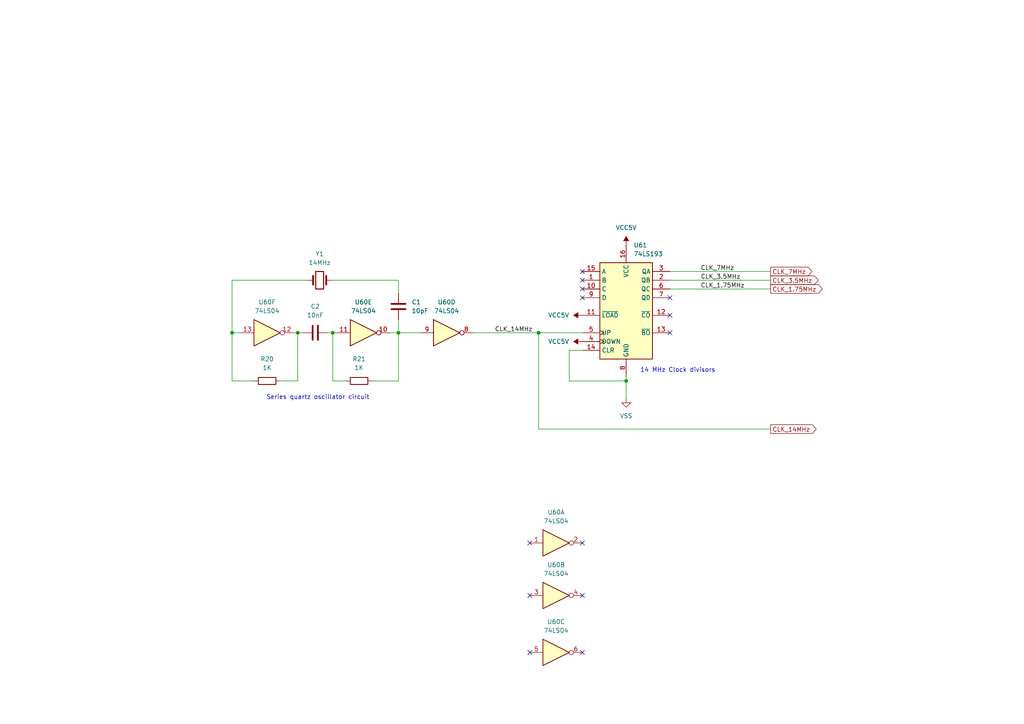
<source format=kicad_sch>
(kicad_sch (version 20250114) (generator "eeschema") (generator_version "9.0")
  (paper "A4")
  (title_block (title "Apollo 7 Squale - Clocks sources") (rev "0.1") (comment 1 "http://hxc2001.free.fr/Squale/") (comment 2 "CC-BY Licence (Creative Commons Attribution)") (comment 3 "Drawn by Jean-François DEL NERO"))
  (lib_symbols
    (symbol "74xx:74LS04"
      (property "Reference" "U" (at 0 1.27 0))
      (property "Value" "74LS04" (at 0 -1.27 0))
      (symbol "74LS04_1_0"
        (polyline (pts (xy -3.81 3.81) (xy -3.81 -3.81) (xy 3.81 0) (xy -3.81 3.81)) (stroke (width 0.254)) (fill (type background)))
        (pin input line (at -7.62 0 0) (length 3.81) (name "~") (number "1"))
        (pin output inverted (at 7.62 0 180) (length 3.81) (name "~") (number "2"))
      )
      (symbol "74LS04_2_0"
        (polyline (pts (xy -3.81 3.81) (xy -3.81 -3.81) (xy 3.81 0) (xy -3.81 3.81)) (stroke (width 0.254)) (fill (type background)))
        (pin input line (at -7.62 0 0) (length 3.81) (name "~") (number "3"))
        (pin output inverted (at 7.62 0 180) (length 3.81) (name "~") (number "4"))
      )
      (symbol "74LS04_3_0"
        (polyline (pts (xy -3.81 3.81) (xy -3.81 -3.81) (xy 3.81 0) (xy -3.81 3.81)) (stroke (width 0.254)) (fill (type background)))
        (pin input line (at -7.62 0 0) (length 3.81) (name "~") (number "5"))
        (pin output inverted (at 7.62 0 180) (length 3.81) (name "~") (number "6"))
      )
      (symbol "74LS04_4_0"
        (polyline (pts (xy -3.81 3.81) (xy -3.81 -3.81) (xy 3.81 0) (xy -3.81 3.81)) (stroke (width 0.254)) (fill (type background)))
        (pin input line (at -7.62 0 0) (length 3.81) (name "~") (number "9"))
        (pin output inverted (at 7.62 0 180) (length 3.81) (name "~") (number "8"))
      )
      (symbol "74LS04_5_0"
        (polyline (pts (xy -3.81 3.81) (xy -3.81 -3.81) (xy 3.81 0) (xy -3.81 3.81)) (stroke (width 0.254)) (fill (type background)))
        (pin input line (at -7.62 0 0) (length 3.81) (name "~") (number "11"))
        (pin output inverted (at 7.62 0 180) (length 3.81) (name "~") (number "10"))
      )
      (symbol "74LS04_6_0"
        (polyline (pts (xy -3.81 3.81) (xy -3.81 -3.81) (xy 3.81 0) (xy -3.81 3.81)) (stroke (width 0.254)) (fill (type background)))
        (pin input line (at -7.62 0 0) (length 3.81) (name "~") (number "13"))
        (pin output inverted (at 7.62 0 180) (length 3.81) (name "~") (number "12"))
      )
      (symbol "74LS04_7_0"
        (pin power_in line (at 0 12.7 270) (length 5.08) (name "VCC") (number "14"))
        (pin power_in line (at 0 -12.7 90) (length 5.08) (name "GND") (number "7"))
      )
      (symbol "74LS04_7_1"
        (rectangle (start -5.08 7.62) (end 5.08 -7.62) (stroke (width 0.254)) (fill (type background)))
      )
    )
    (symbol "74xx:74LS193"
      (property "Reference" "U" (at -7.62 13.97 0))
      (property "Value" "74LS193" (at 5.08 13.97 0))
      (symbol "74LS193_1_0"
        (pin input line (at -12.7 10.16 0) (length 5.08) (name "A") (number "15"))
        (pin input line (at -12.7 7.62 0) (length 5.08) (name "B") (number "1"))
        (pin input line (at -12.7 5.08 0) (length 5.08) (name "C") (number "10"))
        (pin input line (at -12.7 2.54 0) (length 5.08) (name "D") (number "9"))
        (pin input line (at -12.7 -2.54 0) (length 5.08) (name "~{LOAD}") (number "11"))
        (pin input clock (at -12.7 -7.62 0) (length 5.08) (name "UP") (number "5"))
        (pin input clock (at -12.7 -10.16 0) (length 5.08) (name "DOWN") (number "4"))
        (pin input line (at -12.7 -12.7 0) (length 5.08) (name "CLR") (number "14"))
        (pin power_in line (at 0 17.78 270) (length 5.08) (name "VCC") (number "16"))
        (pin power_in line (at 0 -20.32 90) (length 5.08) (name "GND") (number "8"))
        (pin output line (at 12.7 10.16 180) (length 5.08) (name "QA") (number "3"))
        (pin output line (at 12.7 7.62 180) (length 5.08) (name "QB") (number "2"))
        (pin output line (at 12.7 5.08 180) (length 5.08) (name "QC") (number "6"))
        (pin output line (at 12.7 2.54 180) (length 5.08) (name "QD") (number "7"))
        (pin output line (at 12.7 -2.54 180) (length 5.08) (name "~{CO}") (number "12"))
        (pin output line (at 12.7 -7.62 180) (length 5.08) (name "~{BO}") (number "13"))
      )
      (symbol "74LS193_1_1"
        (rectangle (start -7.62 12.7) (end 7.62 -15.24) (stroke (width 0.254)) (fill (type background)))
      )
    )
    (symbol "Device:C" (pin_numbers (hide yes)) (pin_names (offset 0.254))
      (property "Reference" "C" (at 0.635 2.54 0))
      (property "Value" "C" (at 0.635 -2.54 0))
      (symbol "C_0_1"
        (polyline (pts (xy -2.032 0.762) (xy 2.032 0.762)) (stroke (width 0.508)))
        (polyline (pts (xy -2.032 -0.762) (xy 2.032 -0.762)) (stroke (width 0.508)))
      )
      (symbol "C_1_1"
        (pin passive line (at 0 3.81 270) (length 2.794) (name "~") (number "1"))
        (pin passive line (at 0 -3.81 90) (length 2.794) (name "~") (number "2"))
      )
    )
    (symbol "Device:Crystal" (pin_numbers (hide yes)) (pin_names (offset 1.016) (hide yes))
      (property "Reference" "Y" (at 0 3.81 0))
      (property "Value" "Crystal" (at 0 -3.81 0))
      (symbol "Crystal_0_1"
        (polyline (pts (xy -2.54 0) (xy -1.905 0)))
        (polyline (pts (xy -1.905 -1.27) (xy -1.905 1.27)) (stroke (width 0.508)))
        (rectangle (start -1.143 2.54) (end 1.143 -2.54) (stroke (width 0.3048)))
        (polyline (pts (xy 1.905 -1.27) (xy 1.905 1.27)) (stroke (width 0.508)))
        (polyline (pts (xy 2.54 0) (xy 1.905 0)))
      )
      (symbol "Crystal_1_1"
        (pin passive line (at -3.81 0 0) (length 1.27) (name "1") (number "1"))
        (pin passive line (at 3.81 0 180) (length 1.27) (name "2") (number "2"))
      )
    )
    (symbol "Device:R" (pin_numbers (hide yes)) (pin_names (offset 0))
      (property "Reference" "R" (at 2.032 0 90))
      (property "Value" "R" (at 0 0 90))
      (symbol "R_0_1"
        (rectangle (start -1.016 -2.54) (end 1.016 2.54) (stroke (width 0.254)))
      )
      (symbol "R_1_1"
        (pin passive line (at 0 3.81 270) (length 1.27) (name "~") (number "1"))
        (pin passive line (at 0 -3.81 90) (length 1.27) (name "~") (number "2"))
      )
    )
    (symbol "power:GND" (power) (pin_numbers (hide yes)) (pin_names (offset 0) (hide yes))
      (property "Value" "GND" (at 0 -3.81 0))
      (symbol "GND_0_1"
        (polyline (pts (xy 0 0) (xy 0 -1.27) (xy 1.27 -1.27) (xy 0 -2.54) (xy -1.27 -1.27) (xy 0 -1.27)))
      )
      (symbol "GND_1_1"
        (pin power_in line (at 0 0 270) (length 0) (name "~") (number "1"))
      )
    )
    (symbol "power:VSS" (power) (pin_numbers (hide yes)) (pin_names (offset 0) (hide yes))
      (property "Value" "VSS" (at 0 3.556 0))
      (symbol "VSS_0_1"
        (polyline (pts (xy 0 0) (xy 0 2.54)))
        (polyline (pts (xy 0.762 1.27) (xy -0.762 1.27) (xy 0 2.54) (xy 0.762 1.27)) (fill (type outline)))
      )
      (symbol "VSS_1_1"
        (pin power_in line (at 0 0 90) (length 0) (name "~") (number "1"))
      )
    )
  )
  (text "Series quartz oscillator circuit" (at 92.202 115.316 0) (effects (font (size 1.27 1.27))))
  (text "14 MHz Clock divisors" (at 196.596 107.442 0) (effects (font (size 1.27 1.27))))
  (junction (at 96.52 96.52))
  (junction (at 86.36 96.52))
  (junction (at 115.57 96.52))
  (junction (at 181.61 110.49))
  (junction (at 156.21 96.52))
  (junction (at 67.31 96.52))
  (no_connect (at 168.91 83.82))
  (no_connect (at 194.31 86.36))
  (no_connect (at 153.67 172.72))
  (no_connect (at 153.67 157.48))
  (no_connect (at 194.31 91.44))
  (no_connect (at 168.91 78.74))
  (no_connect (at 168.91 189.23))
  (no_connect (at 194.31 96.52))
  (no_connect (at 153.67 189.23))
  (no_connect (at 168.91 86.36))
  (no_connect (at 168.91 81.28))
  (no_connect (at 168.91 157.48))
  (no_connect (at 168.91 172.72))
  (wire (pts (xy 96.52 96.52) (xy 95.25 96.52)))
  (wire (pts (xy 115.57 96.52) (xy 121.92 96.52)))
  (wire (pts (xy 67.31 110.49) (xy 67.31 96.52)))
  (wire (pts (xy 100.33 110.49) (xy 96.52 110.49)))
  (wire (pts (xy 86.36 110.49) (xy 86.36 96.52)))
  (wire (pts (xy 156.21 124.46) (xy 223.52 124.46)))
  (wire (pts (xy 194.31 78.74) (xy 223.52 78.74)))
  (wire (pts (xy 156.21 96.52) (xy 168.91 96.52)))
  (wire (pts (xy 97.79 96.52) (xy 96.52 96.52)))
  (wire (pts (xy 96.52 81.28) (xy 115.57 81.28)))
  (wire (pts (xy 81.28 110.49) (xy 86.36 110.49)))
  (wire (pts (xy 156.21 96.52) (xy 156.21 124.46)))
  (wire (pts (xy 165.1 101.6) (xy 165.1 110.49)))
  (wire (pts (xy 137.16 96.52) (xy 156.21 96.52)))
  (wire (pts (xy 115.57 110.49) (xy 115.57 96.52)))
  (wire (pts (xy 168.91 101.6) (xy 165.1 101.6)))
  (wire (pts (xy 67.31 81.28) (xy 88.9 81.28)))
  (wire (pts (xy 115.57 85.09) (xy 115.57 81.28)))
  (wire (pts (xy 96.52 110.49) (xy 96.52 96.52)))
  (wire (pts (xy 67.31 96.52) (xy 69.85 96.52)))
  (wire (pts (xy 67.31 96.52) (xy 67.31 81.28)))
  (wire (pts (xy 194.31 81.28) (xy 223.52 81.28)))
  (wire (pts (xy 85.09 96.52) (xy 86.36 96.52)))
  (wire (pts (xy 107.95 110.49) (xy 115.57 110.49)))
  (wire (pts (xy 181.61 109.22) (xy 181.61 110.49)))
  (wire (pts (xy 113.03 96.52) (xy 115.57 96.52)))
  (wire (pts (xy 165.1 110.49) (xy 181.61 110.49)))
  (wire (pts (xy 73.66 110.49) (xy 67.31 110.49)))
  (wire (pts (xy 86.36 96.52) (xy 87.63 96.52)))
  (wire (pts (xy 115.57 92.71) (xy 115.57 96.52)))
  (wire (pts (xy 194.31 83.82) (xy 223.52 83.82)))
  (wire (pts (xy 181.61 110.49) (xy 181.61 115.57)))
  (label "CLK_7MHz" (at 203.2 78.74 0))
  (label "CLK_3.5MHz" (at 203.2 81.28 0))
  (label "CLK_14MHz" (at 143.51 96.52 0))
  (label "CLK_1.75MHz" (at 203.2 83.82 0))
  (global_label "CLK_3.5MHz" (shape output) (at 223.52 81.28 0) (property "Intersheetrefs" "${INTERSHEET_REFS}" (effects (hide yes))))
  (global_label "CLK_1.75MHz" (shape output) (at 223.52 83.82 0) (property "Intersheetrefs" "${INTERSHEET_REFS}" (effects (hide yes))))
  (global_label "CLK_7MHz" (shape output) (at 223.52 78.74 0) (property "Intersheetrefs" "${INTERSHEET_REFS}" (effects (hide yes))))
  (global_label "CLK_14MHz" (shape output) (at 223.52 124.46 0) (property "Intersheetrefs" "${INTERSHEET_REFS}" (effects (hide yes))))
  (symbol (lib_id "Device:R") (at 104.14 110.49 90) (unit 1)
    (property "Reference" "R21" (at 104.14 104.14 90))
    (property "Value" "1K" (at 104.14 106.68 90))
    (property "Description" "Resistor" (effects (hide yes)))
  )
  (symbol (lib_id "Device:R") (at 77.47 110.49 90) (unit 1)
    (property "Reference" "R20" (at 77.47 104.14 90))
    (property "Value" "1K" (at 77.47 106.68 90))
    (property "Description" "Resistor" (effects (hide yes)))
  )
  (symbol (lib_id "Device:C") (at 91.44 96.52 90) (unit 1)
    (property "Reference" "C2" (at 91.44 88.9 90))
    (property "Value" "10nF" (at 91.44 91.44 90))
    (property "Description" "Unpolarized capacitor" (effects (hide yes)))
  )
  (symbol (lib_id "74xx:74LS04") (at 129.54 96.52 0) (unit 4)
    (property "Reference" "U60" (at 129.54 87.63 0))
    (property "Value" "74LS04" (at 129.54 90.17 0))
    (property "Datasheet" "http://www.ti.com/lit/gpn/sn74LS04" (effects (hide yes)))
    (property "Description" "Hex Inverter" (effects (hide yes)))
  )
  (symbol (lib_id "74xx:74LS193") (at 181.61 88.9 0) (unit 1)
    (property "Reference" "U61" (at 183.7533 71.12 0) (effects (justify left)))
    (property "Value" "74LS193" (at 183.7533 73.66 0) (effects (justify left)))
    (property "Datasheet" "http://www.ti.com/lit/ds/symlink/sn74ls193.pdf" (effects (hide yes)))
    (property "Description" "Synchronous 4-bit Up/Down (2 clk) counter" (effects (hide yes)))
  )
  (symbol (lib_id "Device:Crystal") (at 92.71 81.28 180) (unit 1)
    (property "Reference" "Y1" (at 92.71 73.66 0))
    (property "Value" "14MHz" (at 92.71 76.2 0))
    (property "Description" "Two pin crystal" (effects (hide yes)))
  )
  (symbol (lib_id "power:VSS") (at 168.91 91.44 90) (unit 1)
    (property "Reference" "#PWR0171" (effects (hide yes)))
    (property "Value" "VCC5V" (at 165.1 91.4399 90) (effects (justify left)))
    (property "Description" "Power symbol creates a global label with name \"VSS\"" (effects (hide yes)))
  )
  (symbol (lib_id "power:VSS") (at 168.91 99.06 90) (unit 1)
    (property "Reference" "#PWR0170" (effects (hide yes)))
    (property "Value" "VCC5V" (at 165.1 99.0599 90) (effects (justify left)))
    (property "Description" "Power symbol creates a global label with name \"VSS\"" (effects (hide yes)))
  )
  (symbol (lib_id "74xx:74LS04") (at 105.41 96.52 0) (unit 5)
    (property "Reference" "U60" (at 105.41 87.63 0))
    (property "Value" "74LS04" (at 105.41 90.17 0))
    (property "Datasheet" "http://www.ti.com/lit/gpn/sn74LS04" (effects (hide yes)))
    (property "Description" "Hex Inverter" (effects (hide yes)))
  )
  (symbol (lib_id "power:VSS") (at 181.61 71.12 0) (unit 1)
    (property "Reference" "#PWR0169" (effects (hide yes)))
    (property "Value" "VCC5V" (at 181.61 66.04 0))
    (property "Description" "Power symbol creates a global label with name \"VSS\"" (effects (hide yes)))
  )
  (symbol (lib_id "74xx:74LS04") (at 77.47 96.52 0) (unit 6)
    (property "Reference" "U60" (at 77.47 87.63 0))
    (property "Value" "74LS04" (at 77.47 90.17 0))
    (property "Datasheet" "http://www.ti.com/lit/gpn/sn74LS04" (effects (hide yes)))
    (property "Description" "Hex Inverter" (effects (hide yes)))
  )
  (symbol (lib_id "74xx:74LS04") (at 161.29 157.48 0) (unit 1)
    (property "Reference" "U60" (at 161.29 148.59 0))
    (property "Value" "74LS04" (at 161.29 151.13 0))
    (property "Datasheet" "http://www.ti.com/lit/gpn/sn74LS04" (effects (hide yes)))
    (property "Description" "Hex Inverter" (effects (hide yes)))
  )
  (symbol (lib_id "74xx:74LS04") (at 161.29 172.72 0) (unit 2)
    (property "Reference" "U60" (at 161.29 163.83 0))
    (property "Value" "74LS04" (at 161.29 166.37 0))
    (property "Datasheet" "http://www.ti.com/lit/gpn/sn74LS04" (effects (hide yes)))
    (property "Description" "Hex Inverter" (effects (hide yes)))
  )
  (symbol (lib_id "74xx:74LS04") (at 161.29 189.23 0) (unit 3)
    (property "Reference" "U60" (at 161.29 180.34 0))
    (property "Value" "74LS04" (at 161.29 182.88 0))
    (property "Datasheet" "http://www.ti.com/lit/gpn/sn74LS04" (effects (hide yes)))
    (property "Description" "Hex Inverter" (effects (hide yes)))
  )
  (symbol (lib_id "Device:C") (at 115.57 88.9 0) (unit 1)
    (property "Reference" "C1" (at 119.38 87.6299 0) (effects (justify left)))
    (property "Value" "10pF" (at 119.38 90.1699 0) (effects (justify left)))
    (property "Description" "Unpolarized capacitor" (effects (hide yes)))
  )
  (symbol (lib_id "power:GND") (at 181.61 115.57 0) (unit 1)
    (property "Reference" "#PWR0168" (effects (hide yes)))
    (property "Value" "VSS" (at 181.61 120.65 0))
    (property "Description" "Power symbol creates a global label with name \"GND\" , ground" (effects (hide yes)))
  )
)
</source>
